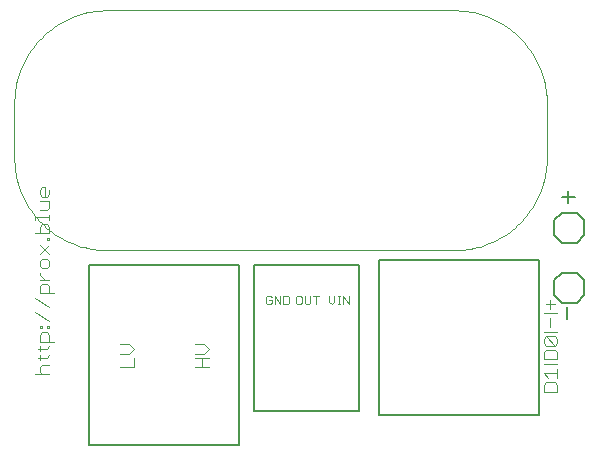
<source format=gto>
G75*
%MOIN*%
%OFA0B0*%
%FSLAX24Y24*%
%IPPOS*%
%LPD*%
%AMOC8*
5,1,8,0,0,1.08239X$1,22.5*
%
%ADD10C,0.0060*%
%ADD11C,0.0040*%
%ADD12C,0.0050*%
%ADD13C,0.0030*%
%ADD14C,0.0000*%
D10*
X019200Y005166D02*
X019450Y004916D01*
X019950Y004916D01*
X020200Y005166D01*
X020200Y005666D01*
X019950Y005916D01*
X019450Y005916D01*
X019200Y005666D01*
X019200Y005166D01*
X019614Y004782D02*
X019614Y004355D01*
X019450Y006916D02*
X019950Y006916D01*
X020200Y007166D01*
X020200Y007666D01*
X019950Y007916D01*
X019450Y007916D01*
X019200Y007666D01*
X019200Y007166D01*
X019450Y006916D01*
X019660Y008222D02*
X019660Y008649D01*
X019447Y008435D02*
X019874Y008435D01*
D11*
X002361Y002542D02*
X001901Y002542D01*
X002054Y002619D02*
X002054Y002772D01*
X002131Y002849D01*
X002361Y002849D01*
X002284Y003079D02*
X002361Y003156D01*
X002284Y003079D02*
X001977Y003079D01*
X002054Y003003D02*
X002054Y003156D01*
X002054Y003310D02*
X002054Y003463D01*
X001977Y003386D02*
X002284Y003386D01*
X002361Y003463D01*
X002361Y003616D02*
X002361Y003847D01*
X002284Y003923D01*
X002131Y003923D01*
X002054Y003847D01*
X002054Y003616D01*
X002515Y003616D01*
X002361Y004077D02*
X002284Y004077D01*
X002284Y004154D01*
X002361Y004154D01*
X002361Y004077D01*
X002361Y004307D02*
X001901Y004614D01*
X001901Y005074D02*
X002361Y004767D01*
X002361Y005228D02*
X002361Y005458D01*
X002284Y005535D01*
X002131Y005535D01*
X002054Y005458D01*
X002054Y005228D01*
X002515Y005228D01*
X002361Y005688D02*
X002054Y005688D01*
X002208Y005688D02*
X002054Y005842D01*
X002054Y005918D01*
X002131Y006072D02*
X002284Y006072D01*
X002361Y006149D01*
X002361Y006302D01*
X002284Y006379D01*
X002131Y006379D01*
X002054Y006302D01*
X002054Y006149D01*
X002131Y006072D01*
X002054Y006532D02*
X002361Y006839D01*
X002361Y006993D02*
X002284Y006993D01*
X002284Y007069D01*
X002361Y007069D01*
X002361Y006993D01*
X002361Y007223D02*
X001901Y007223D01*
X002054Y007223D02*
X002054Y007453D01*
X002131Y007530D01*
X002284Y007530D01*
X002361Y007453D01*
X002361Y007223D01*
X002361Y007683D02*
X002361Y007837D01*
X002361Y007760D02*
X001901Y007760D01*
X001901Y007683D01*
X002054Y007990D02*
X002284Y007990D01*
X002361Y008067D01*
X002361Y008297D01*
X002054Y008297D01*
X002131Y008451D02*
X002054Y008527D01*
X002054Y008681D01*
X002131Y008758D01*
X002208Y008758D01*
X002208Y008451D01*
X002284Y008451D02*
X002131Y008451D01*
X002284Y008451D02*
X002361Y008527D01*
X002361Y008681D01*
X002054Y006839D02*
X002361Y006532D01*
X002131Y004154D02*
X002054Y004154D01*
X002054Y004077D01*
X002131Y004077D01*
X002131Y004154D01*
X002054Y002619D02*
X002131Y002542D01*
X004720Y002759D02*
X005180Y002759D01*
X005180Y003066D01*
X005027Y003220D02*
X005180Y003373D01*
X005027Y003527D01*
X004720Y003527D01*
X004720Y003220D02*
X005027Y003220D01*
X007220Y003220D02*
X007527Y003220D01*
X007680Y003373D01*
X007527Y003527D01*
X007220Y003527D01*
X007220Y003066D02*
X007680Y003066D01*
X007450Y003066D02*
X007450Y002759D01*
X007680Y002759D02*
X007220Y002759D01*
X018842Y002872D02*
X019302Y002872D01*
X019302Y002719D02*
X019302Y002412D01*
X019302Y002566D02*
X018842Y002566D01*
X018995Y002412D01*
X018918Y002259D02*
X018842Y002182D01*
X018842Y001952D01*
X019302Y001952D01*
X019302Y002182D01*
X019225Y002259D01*
X018918Y002259D01*
X018842Y003026D02*
X018842Y003256D01*
X018918Y003333D01*
X019225Y003333D01*
X019302Y003256D01*
X019302Y003026D01*
X018842Y003026D01*
X018918Y003486D02*
X018842Y003563D01*
X018842Y003716D01*
X018918Y003793D01*
X019225Y003486D01*
X019302Y003563D01*
X019302Y003716D01*
X019225Y003793D01*
X018918Y003793D01*
X018842Y003947D02*
X019302Y003947D01*
X019072Y004100D02*
X019072Y004407D01*
X018842Y004561D02*
X019302Y004561D01*
X019072Y004714D02*
X019072Y005021D01*
X018918Y004867D02*
X019225Y004867D01*
X019225Y003486D02*
X018918Y003486D01*
D12*
X018700Y001160D02*
X013346Y001160D01*
X013346Y006341D01*
X018700Y006341D01*
X018700Y001160D01*
X012700Y001310D02*
X012700Y006160D01*
X009200Y006160D01*
X009200Y001310D01*
X012700Y001310D01*
X008700Y000160D02*
X008700Y006160D01*
X003700Y006160D01*
X003700Y000160D01*
X008700Y000160D01*
D13*
X009629Y004855D02*
X009726Y004855D01*
X009775Y004903D01*
X009775Y005000D01*
X009678Y005000D01*
X009775Y005097D02*
X009726Y005145D01*
X009629Y005145D01*
X009581Y005097D01*
X009581Y004903D01*
X009629Y004855D01*
X009876Y004855D02*
X009876Y005145D01*
X010069Y004855D01*
X010069Y005145D01*
X010170Y005145D02*
X010315Y005145D01*
X010364Y005097D01*
X010364Y004903D01*
X010315Y004855D01*
X010170Y004855D01*
X010170Y005145D01*
X010581Y005097D02*
X010581Y004903D01*
X010629Y004855D01*
X010726Y004855D01*
X010775Y004903D01*
X010775Y005097D01*
X010726Y005145D01*
X010629Y005145D01*
X010581Y005097D01*
X010876Y005145D02*
X010876Y004903D01*
X010924Y004855D01*
X011021Y004855D01*
X011069Y004903D01*
X011069Y005145D01*
X011170Y005145D02*
X011364Y005145D01*
X011267Y005145D02*
X011267Y004855D01*
X011679Y004952D02*
X011679Y005145D01*
X011679Y004952D02*
X011776Y004855D01*
X011873Y004952D01*
X011873Y005145D01*
X011974Y005145D02*
X012071Y005145D01*
X012022Y005145D02*
X012022Y004855D01*
X011974Y004855D02*
X012071Y004855D01*
X012170Y004855D02*
X012170Y005145D01*
X012364Y004855D01*
X012364Y005145D01*
D14*
X015850Y006660D02*
X004300Y006660D01*
X004189Y006662D01*
X004079Y006668D01*
X003969Y006678D01*
X003859Y006692D01*
X003750Y006709D01*
X003641Y006731D01*
X003533Y006756D01*
X003427Y006786D01*
X003321Y006819D01*
X003217Y006855D01*
X003114Y006896D01*
X003012Y006940D01*
X002912Y006988D01*
X002814Y007039D01*
X002718Y007094D01*
X002624Y007152D01*
X002532Y007214D01*
X002442Y007278D01*
X002355Y007346D01*
X002270Y007417D01*
X002188Y007491D01*
X002108Y007568D01*
X002031Y007648D01*
X001957Y007730D01*
X001886Y007815D01*
X001818Y007902D01*
X001754Y007992D01*
X001692Y008084D01*
X001634Y008178D01*
X001579Y008274D01*
X001528Y008372D01*
X001480Y008472D01*
X001436Y008574D01*
X001395Y008677D01*
X001359Y008781D01*
X001326Y008887D01*
X001296Y008993D01*
X001271Y009101D01*
X001249Y009210D01*
X001232Y009319D01*
X001218Y009429D01*
X001208Y009539D01*
X001202Y009649D01*
X001200Y009760D01*
X001200Y011560D01*
X001202Y011671D01*
X001208Y011781D01*
X001218Y011891D01*
X001232Y012001D01*
X001249Y012110D01*
X001271Y012219D01*
X001296Y012327D01*
X001326Y012433D01*
X001359Y012539D01*
X001395Y012643D01*
X001436Y012746D01*
X001480Y012848D01*
X001528Y012948D01*
X001579Y013046D01*
X001634Y013142D01*
X001692Y013236D01*
X001754Y013328D01*
X001818Y013418D01*
X001886Y013505D01*
X001957Y013590D01*
X002031Y013672D01*
X002108Y013752D01*
X002188Y013829D01*
X002270Y013903D01*
X002355Y013974D01*
X002442Y014042D01*
X002532Y014106D01*
X002624Y014168D01*
X002718Y014226D01*
X002814Y014281D01*
X002912Y014332D01*
X003012Y014380D01*
X003114Y014424D01*
X003217Y014465D01*
X003321Y014501D01*
X003427Y014534D01*
X003533Y014564D01*
X003641Y014589D01*
X003750Y014611D01*
X003859Y014628D01*
X003969Y014642D01*
X004079Y014652D01*
X004189Y014658D01*
X004300Y014660D01*
X015850Y014660D01*
X015961Y014658D01*
X016071Y014652D01*
X016181Y014642D01*
X016291Y014628D01*
X016400Y014611D01*
X016509Y014589D01*
X016617Y014564D01*
X016723Y014534D01*
X016829Y014501D01*
X016933Y014465D01*
X017036Y014424D01*
X017138Y014380D01*
X017238Y014332D01*
X017336Y014281D01*
X017432Y014226D01*
X017526Y014168D01*
X017618Y014106D01*
X017708Y014042D01*
X017795Y013974D01*
X017880Y013903D01*
X017962Y013829D01*
X018042Y013752D01*
X018119Y013672D01*
X018193Y013590D01*
X018264Y013505D01*
X018332Y013418D01*
X018396Y013328D01*
X018458Y013236D01*
X018516Y013142D01*
X018571Y013046D01*
X018622Y012948D01*
X018670Y012848D01*
X018714Y012746D01*
X018755Y012643D01*
X018791Y012539D01*
X018824Y012433D01*
X018854Y012327D01*
X018879Y012219D01*
X018901Y012110D01*
X018918Y012001D01*
X018932Y011891D01*
X018942Y011781D01*
X018948Y011671D01*
X018950Y011560D01*
X018950Y009760D01*
X018948Y009649D01*
X018942Y009539D01*
X018932Y009429D01*
X018918Y009319D01*
X018901Y009210D01*
X018879Y009101D01*
X018854Y008993D01*
X018824Y008887D01*
X018791Y008781D01*
X018755Y008677D01*
X018714Y008574D01*
X018670Y008472D01*
X018622Y008372D01*
X018571Y008274D01*
X018516Y008178D01*
X018458Y008084D01*
X018396Y007992D01*
X018332Y007902D01*
X018264Y007815D01*
X018193Y007730D01*
X018119Y007648D01*
X018042Y007568D01*
X017962Y007491D01*
X017880Y007417D01*
X017795Y007346D01*
X017708Y007278D01*
X017618Y007214D01*
X017526Y007152D01*
X017432Y007094D01*
X017336Y007039D01*
X017238Y006988D01*
X017138Y006940D01*
X017036Y006896D01*
X016933Y006855D01*
X016829Y006819D01*
X016723Y006786D01*
X016617Y006756D01*
X016509Y006731D01*
X016400Y006709D01*
X016291Y006692D01*
X016181Y006678D01*
X016071Y006668D01*
X015961Y006662D01*
X015850Y006660D01*
M02*

</source>
